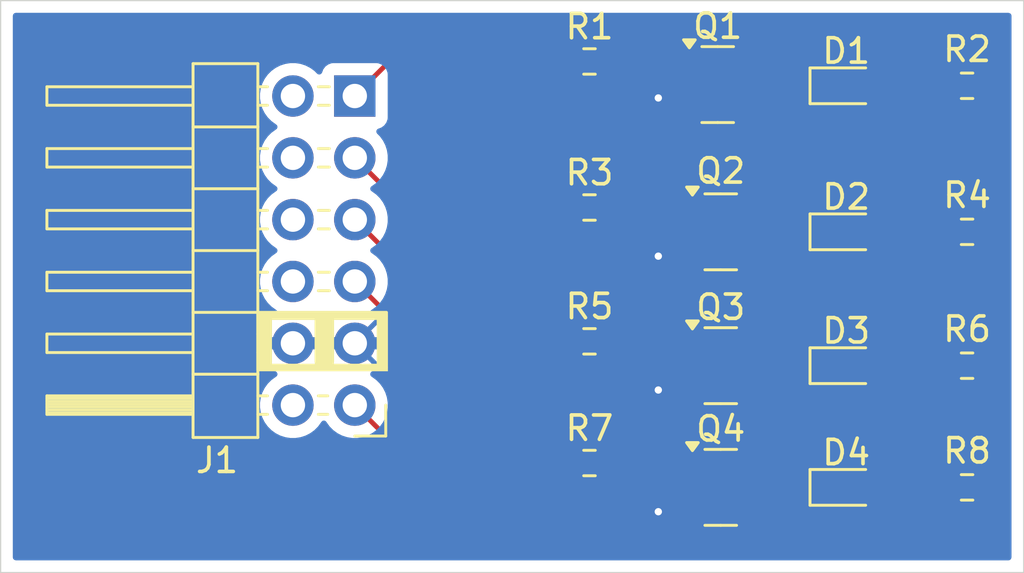
<source format=kicad_pcb>
(kicad_pcb (version 20241229) (generator "pcbnew") (generator_version "9.0")
  (layers (0 "F.Cu" signal) (2 "B.Cu" signal) (13 "F.Paste" user) (15 "B.Paste" user) (5 "F.SilkS" user "F.Silkscreen") (7 "B.SilkS" user "B.Silkscreen") (1 "F.Mask" user) (3 "B.Mask" user) (25 "Edge.Cuts" user))
  (net 0 "")
  (net 1 "Net-(D1-K)")
  (net 2 "Net-(D1-A)")
  (net 3 "Net-(D2-K)")
  (net 4 "Net-(D2-A)")
  (net 5 "Net-(D3-K)")
  (net 6 "Net-(D3-A)")
  (net 7 "Net-(D4-K)")
  (net 8 "Net-(D4-A)")
  (net 9 "GND")
  (net 10 "VCC")
  (net 11 "LED0")
  (net 12 "LED3")
  (net 13 "LED2")
  (net 14 "LED1")
  (net 15 "Net-(Q1-B)")
  (net 16 "Net-(Q2-B)")
  (net 17 "Net-(Q3-B)")
  (net 18 "Net-(Q4-B)")
  (footprint "LED_SMD:LED_0603_1608Metric" (layer "F.Cu") (at 145.7125 67.5)
    (property "Reference" "D1" (at 0 -1.43 0) (layer "F.SilkS"))
    (property "Value" "LED" (hide yes))
    (fp_line (start -1.485 -0.735) (end -1.485 0.735) (stroke (width 0.12)) (layer "F.SilkS"))
    (fp_line (start -1.485 0.735) (end 0.8 0.735) (stroke (width 0.12)) (layer "F.SilkS"))
    (fp_line (start 0.8 -0.735) (end -1.485 -0.735) (stroke (width 0.12)) (layer "F.SilkS"))
    (pad "1" smd roundrect (at -0.7875 0) (size 0.875 0.95) (layers "F.Cu" "F.Mask" "F.Paste") (net 1 "Net-(D1-K)"))
    (pad "2" smd roundrect (at 0.7875 0) (size 0.875 0.95) (layers "F.Cu" "F.Mask" "F.Paste") (net 2 "Net-(D1-A)"))
  )
  (footprint "Package_TO_SOT_SMD:SOT-23" (layer "F.Cu") (at 140.5625 84)
    (property "Reference" "Q4" (at 0 -2.4 0) (layer "F.SilkS"))
    (property "Value" "SS8050" (hide yes))
    (fp_line (start 0 -1.56) (end -0.65 -1.56) (stroke (width 0.12)) (layer "F.SilkS"))
    (fp_line (start 0 -1.56) (end 0.65 -1.56) (stroke (width 0.12)) (layer "F.SilkS"))
    (fp_line (start 0 1.56) (end -0.65 1.56) (stroke (width 0.12)) (layer "F.SilkS"))
    (fp_line (start 0 1.56) (end 0.65 1.56) (stroke (width 0.12)) (layer "F.SilkS"))
    (fp_poly (pts (xy -1.1625 -1.51) (xy -1.4025 -1.84) (xy -0.9225 -1.84)) (stroke (width 0.12)) (fill yes) (layer "F.SilkS"))
    (pad "1" smd roundrect (at -0.9375 -0.95) (size 1.475 0.6) (layers "F.Cu" "F.Mask" "F.Paste") (net 18 "Net-(Q4-B)"))
    (pad "2" smd roundrect (at -0.9375 0.95) (size 1.475 0.6) (layers "F.Cu" "F.Mask" "F.Paste") (net 9 "GND"))
    (pad "3" smd roundrect (at 0.9375 0) (size 1.475 0.6) (layers "F.Cu" "F.Mask" "F.Paste") (net 7 "Net-(D4-K)"))
  )
  (footprint "Package_TO_SOT_SMD:SOT-23" (layer "F.Cu") (at 140.4375 67.45)
    (property "Reference" "Q1" (at 0 -2.4 0) (layer "F.SilkS"))
    (property "Value" "SS8050" (hide yes))
    (fp_line (start 0 -1.56) (end -0.65 -1.56) (stroke (width 0.12)) (layer "F.SilkS"))
    (fp_line (start 0 -1.56) (end 0.65 -1.56) (stroke (width 0.12)) (layer "F.SilkS"))
    (fp_line (start 0 1.56) (end -0.65 1.56) (stroke (width 0.12)) (layer "F.SilkS"))
    (fp_line (start 0 1.56) (end 0.65 1.56) (stroke (width 0.12)) (layer "F.SilkS"))
    (fp_poly (pts (xy -1.1625 -1.51) (xy -1.4025 -1.84) (xy -0.9225 -1.84)) (stroke (width 0.12)) (fill yes) (layer "F.SilkS"))
    (pad "1" smd roundrect (at -0.9375 -0.95) (size 1.475 0.6) (layers "F.Cu" "F.Mask" "F.Paste") (net 15 "Net-(Q1-B)"))
    (pad "2" smd roundrect (at -0.9375 0.95) (size 1.475 0.6) (layers "F.Cu" "F.Mask" "F.Paste") (net 9 "GND"))
    (pad "3" smd roundrect (at 0.9375 0) (size 1.475 0.6) (layers "F.Cu" "F.Mask" "F.Paste") (net 1 "Net-(D1-K)"))
  )
  (footprint "Resistor_SMD:R_0603_1608Metric" (layer "F.Cu") (at 150.675 73.5 180)
    (property "Reference" "R4" (at 0 1.5 0) (layer "F.SilkS"))
    (property "Value" "220" (hide yes))
    (fp_line (start -0.237258 0.5225) (end 0.237258 0.5225) (stroke (width 0.12)) (layer "F.SilkS"))
    (fp_line (start -0.237258 -0.5225) (end 0.237258 -0.5225) (stroke (width 0.12)) (layer "F.SilkS"))
    (pad "1" smd roundrect (at -0.825 0 180) (size 0.8 0.95) (layers "F.Cu" "F.Mask" "F.Paste") (net 10 "VCC"))
    (pad "2" smd roundrect (at 0.825 0 180) (size 0.8 0.95) (layers "F.Cu" "F.Mask" "F.Paste") (net 4 "Net-(D2-A)"))
  )
  (footprint "Resistor_SMD:R_0603_1608Metric" (layer "F.Cu") (at 135.175 72.5)
    (property "Reference" "R3" (at 0 -1.43 0) (layer "F.SilkS"))
    (property "Value" "1k" (hide yes))
    (fp_line (start -0.237258 -0.5225) (end 0.237258 -0.5225) (stroke (width 0.12)) (layer "F.SilkS"))
    (fp_line (start -0.237258 0.5225) (end 0.237258 0.5225) (stroke (width 0.12)) (layer "F.SilkS"))
    (pad "1" smd roundrect (at -0.825 0) (size 0.8 0.95) (layers "F.Cu" "F.Mask" "F.Paste") (net 14 "LED1"))
    (pad "2" smd roundrect (at 0.825 0) (size 0.8 0.95) (layers "F.Cu" "F.Mask" "F.Paste") (net 16 "Net-(Q2-B)"))
  )
  (footprint "Resistor_SMD:R_0603_1608Metric" (layer "F.Cu") (at 135.175 78)
    (property "Reference" "R5" (at 0 -1.43 0) (layer "F.SilkS"))
    (property "Value" "1k" (hide yes))
    (fp_line (start -0.237258 -0.5225) (end 0.237258 -0.5225) (stroke (width 0.12)) (layer "F.SilkS"))
    (fp_line (start -0.237258 0.5225) (end 0.237258 0.5225) (stroke (width 0.12)) (layer "F.SilkS"))
    (pad "1" smd roundrect (at -0.825 0) (size 0.8 0.95) (layers "F.Cu" "F.Mask" "F.Paste") (net 13 "LED2"))
    (pad "2" smd roundrect (at 0.825 0) (size 0.8 0.95) (layers "F.Cu" "F.Mask" "F.Paste") (net 17 "Net-(Q3-B)"))
  )
  (footprint "Package_TO_SOT_SMD:SOT-23" (layer "F.Cu") (at 140.5625 73.5)
    (property "Reference" "Q2" (at 0 -2.5 0) (layer "F.SilkS"))
    (property "Value" "SS8050" (hide yes))
    (fp_line (start 0 -1.56) (end -0.65 -1.56) (stroke (width 0.12)) (layer "F.SilkS"))
    (fp_line (start 0 -1.56) (end 0.65 -1.56) (stroke (width 0.12)) (layer "F.SilkS"))
    (fp_line (start 0 1.56) (end -0.65 1.56) (stroke (width 0.12)) (layer "F.SilkS"))
    (fp_line (start 0 1.56) (end 0.65 1.56) (stroke (width 0.12)) (layer "F.SilkS"))
    (fp_poly (pts (xy -1.1625 -1.51) (xy -1.4025 -1.84) (xy -0.9225 -1.84)) (stroke (width 0.12)) (fill yes) (layer "F.SilkS"))
    (pad "1" smd roundrect (at -0.9375 -0.95) (size 1.475 0.6) (layers "F.Cu" "F.Mask" "F.Paste") (net 16 "Net-(Q2-B)"))
    (pad "2" smd roundrect (at -0.9375 0.95) (size 1.475 0.6) (layers "F.Cu" "F.Mask" "F.Paste") (net 9 "GND"))
    (pad "3" smd roundrect (at 0.9375 0) (size 1.475 0.6) (layers "F.Cu" "F.Mask" "F.Paste") (net 3 "Net-(D2-K)"))
  )
  (footprint "Resistor_SMD:R_0603_1608Metric" (layer "F.Cu") (at 150.675 79 180)
    (property "Reference" "R6" (at 0 1.5 0) (layer "F.SilkS"))
    (property "Value" "220" (hide yes))
    (fp_line (start -0.237258 0.5225) (end 0.237258 0.5225) (stroke (width 0.12)) (layer "F.SilkS"))
    (fp_line (start -0.237258 -0.5225) (end 0.237258 -0.5225) (stroke (width 0.12)) (layer "F.SilkS"))
    (pad "1" smd roundrect (at -0.825 0 180) (size 0.8 0.95) (layers "F.Cu" "F.Mask" "F.Paste") (net 10 "VCC"))
    (pad "2" smd roundrect (at 0.825 0 180) (size 0.8 0.95) (layers "F.Cu" "F.Mask" "F.Paste") (net 6 "Net-(D3-A)"))
  )
  (footprint "Package_TO_SOT_SMD:SOT-23" (layer "F.Cu") (at 140.5625 79)
    (property "Reference" "Q3" (at 0 -2.4 0) (layer "F.SilkS"))
    (property "Value" "SS8050" (hide yes))
    (fp_line (start 0 -1.56) (end -0.65 -1.56) (stroke (width 0.12)) (layer "F.SilkS"))
    (fp_line (start 0 -1.56) (end 0.65 -1.56) (stroke (width 0.12)) (layer "F.SilkS"))
    (fp_line (start 0 1.56) (end -0.65 1.56) (stroke (width 0.12)) (layer "F.SilkS"))
    (fp_line (start 0 1.56) (end 0.65 1.56) (stroke (width 0.12)) (layer "F.SilkS"))
    (fp_poly (pts (xy -1.1625 -1.51) (xy -1.4025 -1.84) (xy -0.9225 -1.84)) (stroke (width 0.12)) (fill yes) (layer "F.SilkS"))
    (pad "1" smd roundrect (at -0.9375 -0.95) (size 1.475 0.6) (layers "F.Cu" "F.Mask" "F.Paste") (net 17 "Net-(Q3-B)"))
    (pad "2" smd roundrect (at -0.9375 0.95) (size 1.475 0.6) (layers "F.Cu" "F.Mask" "F.Paste") (net 9 "GND"))
    (pad "3" smd roundrect (at 0.9375 0) (size 1.475 0.6) (layers "F.Cu" "F.Mask" "F.Paste") (net 5 "Net-(D3-K)"))
  )
  (footprint "LED_SMD:LED_0603_1608Metric" (layer "F.Cu") (at 145.7125 84)
    (property "Reference" "D4" (at 0 -1.43 0) (layer "F.SilkS"))
    (property "Value" "LED" (hide yes))
    (fp_line (start -1.485 -0.735) (end -1.485 0.735) (stroke (width 0.12)) (layer "F.SilkS"))
    (fp_line (start -1.485 0.735) (end 0.8 0.735) (stroke (width 0.12)) (layer "F.SilkS"))
    (fp_line (start 0.8 -0.735) (end -1.485 -0.735) (stroke (width 0.12)) (layer "F.SilkS"))
    (pad "1" smd roundrect (at -0.7875 0) (size 0.875 0.95) (layers "F.Cu" "F.Mask" "F.Paste") (net 7 "Net-(D4-K)"))
    (pad "2" smd roundrect (at 0.7875 0) (size 0.875 0.95) (layers "F.Cu" "F.Mask" "F.Paste") (net 8 "Net-(D4-A)"))
  )
  (footprint "Resistor_SMD:R_0603_1608Metric" (layer "F.Cu") (at 150.675 84 180)
    (property "Reference" "R8" (at 0 1.5 0) (layer "F.SilkS"))
    (property "Value" "220" (hide yes))
    (fp_line (start -0.237258 0.5225) (end 0.237258 0.5225) (stroke (width 0.12)) (layer "F.SilkS"))
    (fp_line (start -0.237258 -0.5225) (end 0.237258 -0.5225) (stroke (width 0.12)) (layer "F.SilkS"))
    (pad "1" smd roundrect (at -0.825 0 180) (size 0.8 0.95) (layers "F.Cu" "F.Mask" "F.Paste") (net 10 "VCC"))
    (pad "2" smd roundrect (at 0.825 0 180) (size 0.8 0.95) (layers "F.Cu" "F.Mask" "F.Paste") (net 8 "Net-(D4-A)"))
  )
  (footprint "Resistor_SMD:R_0603_1608Metric" (layer "F.Cu") (at 150.675 67.5 180)
    (property "Reference" "R2" (at 0 1.5 0) (layer "F.SilkS"))
    (property "Value" "220" (hide yes))
    (fp_line (start -0.237258 0.5225) (end 0.237258 0.5225) (stroke (width 0.12)) (layer "F.SilkS"))
    (fp_line (start -0.237258 -0.5225) (end 0.237258 -0.5225) (stroke (width 0.12)) (layer "F.SilkS"))
    (pad "1" smd roundrect (at -0.825 0 180) (size 0.8 0.95) (layers "F.Cu" "F.Mask" "F.Paste") (net 10 "VCC"))
    (pad "2" smd roundrect (at 0.825 0 180) (size 0.8 0.95) (layers "F.Cu" "F.Mask" "F.Paste") (net 2 "Net-(D1-A)"))
  )
  (footprint "pmod:PinHeader_2x06_P2.54mm_PMODPeriph2B" (layer "F.Cu") (at 125.54 80.62 180)
    (property "Reference" "J1" (at 5.655 -2.27 0) (layer "F.SilkS"))
    (property "Value" "10129382-912001BLF" (hide yes))
    (fp_line (start 12.64 13.08) (end 6.64 13.08) (stroke (width 0.12)) (layer "F.SilkS"))
    (fp_line (start 12.64 12.32) (end 12.64 13.08) (stroke (width 0.12)) (layer "F.SilkS"))
    (fp_line (start 12.64 10.54) (end 6.64 10.54) (stroke (width 0.12)) (layer "F.SilkS"))
    (fp_line (start 12.64 9.78) (end 12.64 10.54) (stroke (width 0.12)) (layer "F.SilkS"))
    (fp_line (start 12.64 8) (end 6.64 8) (stroke (width 0.12)) (layer "F.SilkS"))
    (fp_line (start 12.64 7.24) (end 12.64 8) (stroke (width 0.12)) (layer "F.SilkS"))
    (fp_line (start 12.64 5.46) (end 6.64 5.46) (stroke (width 0.12)) (layer "F.SilkS"))
    (fp_line (start 12.64 4.7) (end 12.64 5.46) (stroke (width 0.12)) (layer "F.SilkS"))
    (fp_line (start 12.64 2.92) (end 6.64 2.92) (stroke (width 0.12)) (layer "F.SilkS"))
    (fp_line (start 12.64 2.16) (end 12.64 2.92) (stroke (width 0.12)) (layer "F.SilkS"))
    (fp_line (start 12.64 0.38) (end 6.64 0.38) (stroke (width 0.12)) (layer "F.SilkS"))
    (fp_line (start 12.64 -0.38) (end 12.64 0.38) (stroke (width 0.12)) (layer "F.SilkS"))
    (fp_line (start 6.64 14.03) (end 6.64 -1.33) (stroke (width 0.12)) (layer "F.SilkS"))
    (fp_line (start 6.64 12.32) (end 12.64 12.32) (stroke (width 0.12)) (layer "F.SilkS"))
    (fp_line (start 6.64 9.78) (end 12.64 9.78) (stroke (width 0.12)) (layer "F.SilkS"))
    (fp_line (start 6.64 7.24) (end 12.64 7.24) (stroke (width 0.12)) (layer "F.SilkS"))
    (fp_line (start 6.64 4.7) (end 12.64 4.7) (stroke (width 0.12)) (layer "F.SilkS"))
    (fp_line (start 6.64 2.16) (end 12.64 2.16) (stroke (width 0.12)) (layer "F.SilkS"))
    (fp_line (start 6.64 0.28) (end 12.64 0.28) (stroke (width 0.12)) (layer "F.SilkS"))
    (fp_line (start 6.64 0.16) (end 12.64 0.16) (stroke (width 0.12)) (layer "F.SilkS"))
    (fp_line (start 6.64 0.04) (end 12.64 0.04) (stroke (width 0.12)) (layer "F.SilkS"))
    (fp_line (start 6.64 -0.08) (end 12.64 -0.08) (stroke (width 0.12)) (layer "F.SilkS"))
    (fp_line (start 6.64 -0.2) (end 12.64 -0.2) (stroke (width 0.12)) (layer "F.SilkS"))
    (fp_line (start 6.64 -0.32) (end 12.64 -0.32) (stroke (width 0.12)) (layer "F.SilkS"))
    (fp_line (start 6.64 -0.38) (end 12.64 -0.38) (stroke (width 0.12)) (layer "F.SilkS"))
    (fp_line (start 6.64 -1.33) (end 3.98 -1.33) (stroke (width 0.12)) (layer "F.SilkS"))
    (fp_line (start 3.98 14.03) (end 6.64 14.03) (stroke (width 0.12)) (layer "F.SilkS"))
    (fp_line (start 3.98 11.43) (end 6.64 11.43) (stroke (width 0.12)) (layer "F.SilkS"))
    (fp_line (start 3.98 8.89) (end 6.64 8.89) (stroke (width 0.12)) (layer "F.SilkS"))
    (fp_line (start 3.98 6.35) (end 6.64 6.35) (stroke (width 0.12)) (layer "F.SilkS"))
    (fp_line (start 3.98 3.81) (end 6.64 3.81) (stroke (width 0.12)) (layer "F.SilkS"))
    (fp_line (start 3.98 1.27) (end 6.64 1.27) (stroke (width 0.12)) (layer "F.SilkS"))
    (fp_line (start 3.98 -1.33) (end 3.98 14.03) (stroke (width 0.12)) (layer "F.SilkS"))
    (fp_line (start 3.75 1.6) (end 3.75 3.6) (stroke (width 0.4)) (layer "F.SilkS"))
    (fp_line (start 3.6 1.6) (end 3.6 3.6) (stroke (width 0.4)) (layer "F.SilkS"))
    (fp_line (start 3.582929 13.08) (end 3.98 13.08) (stroke (width 0.12)) (layer "F.SilkS"))
    (fp_line (start 3.582929 12.32) (end 3.98 12.32) (stroke (width 0.12)) (layer "F.SilkS"))
    (fp_line (start 3.582929 10.54) (end 3.98 10.54) (stroke (width 0.12)) (layer "F.SilkS"))
    (fp_line (start 3.582929 9.78) (end 3.98 9.78) (stroke (width 0.12)) (layer "F.SilkS"))
    (fp_line (start 3.582929 8) (end 3.98 8) (stroke (width 0.12)) (layer "F.SilkS"))
    (fp_line (start 3.582929 7.24) (end 3.98 7.24) (stroke (width 0.12)) (layer "F.SilkS"))
    (fp_line (start 3.582929 5.46) (end 3.98 5.46) (stroke (width 0.12)) (layer "F.SilkS"))
    (fp_line (start 3.582929 4.7) (end 3.98 4.7) (stroke (width 0.12)) (layer "F.SilkS"))
    (fp_line (start 3.582929 2.92) (end 3.98 2.92) (stroke (width 0.12)) (layer "F.SilkS"))
    (fp_line (start 3.582929 2.16) (end 3.98 2.16) (stroke (width 0.12)) (layer "F.SilkS"))
    (fp_line (start 3.582929 0.38) (end 3.98 0.38) (stroke (width 0.12)) (layer "F.SilkS"))
    (fp_line (start 3.582929 -0.38) (end 3.98 -0.38) (stroke (width 0.12)) (layer "F.SilkS"))
    (fp_line (start 1.25 1.8) (end 1.25 3.45) (stroke (width 0.8)) (layer "F.SilkS"))
    (fp_line (start 1.11 0.38) (end 1.497071 0.38) (stroke (width 0.12)) (layer "F.SilkS"))
    (fp_line (start 1.11 -0.38) (end 1.497071 -0.38) (stroke (width 0.12)) (layer "F.SilkS"))
    (fp_line (start 1.042929 13.08) (end 1.497071 13.08) (stroke (width 0.12)) (layer "F.SilkS"))
    (fp_line (start 1.042929 12.32) (end 1.497071 12.32) (stroke (width 0.12)) (layer "F.SilkS"))
    (fp_line (start 1.042929 10.54) (end 1.497071 10.54) (stroke (width 0.12)) (layer "F.SilkS"))
    (fp_line (start 1.042929 9.78) (end 1.497071 9.78) (stroke (width 0.12)) (layer "F.SilkS"))
    (fp_line (start 1.042929 8) (end 1.497071 8) (stroke (width 0.12)) (layer "F.SilkS"))
    (fp_line (start 1.042929 7.24) (end 1.497071 7.24) (stroke (width 0.12)) (layer "F.SilkS"))
    (fp_line (start 1.042929 5.46) (end 1.497071 5.46) (stroke (width 0.12)) (layer "F.SilkS"))
    (fp_line (start 1.042929 4.7) (end 1.497071 4.7) (stroke (width 0.12)) (layer "F.SilkS"))
    (fp_line (start 1.042929 2.92) (end 1.497071 2.92) (stroke (width 0.12)) (layer "F.SilkS"))
    (fp_line (start 1.042929 2.16) (end 1.497071 2.16) (stroke (width 0.12)) (layer "F.SilkS"))
    (fp_line (start -1.1 1.6) (end -1.1 3.6) (stroke (width 0.4)) (layer "F.SilkS"))
    (fp_line (start -1.2 3.65) (end 3.85 3.65) (stroke (width 0.3)) (layer "F.SilkS"))
    (fp_line (start -1.2 1.55) (end 3.85 1.55) (stroke (width 0.3)) (layer "F.SilkS"))
    (fp_line (start -1.27 0) (end -1.27 -1.27) (stroke (width 0.12)) (layer "F.SilkS"))
    (fp_line (start -1.27 -1.27) (end 0 -1.27) (stroke (width 0.12)) (layer "F.SilkS"))
    (fp_rect (start -1.3 1.45) (end 3.98 3.81) (stroke (width 0.12)) (fill no) (layer "F.SilkS"))
    (pad "1" thru_hole rect (at 0 12.7 180) (size 1.7 1.7) (drill 1) (layers "*.Cu" "*.Mask") (net 11 "LED0"))
    (pad "2" thru_hole oval (at 0 10.16 180) (size 1.7 1.7) (drill 1) (layers "*.Cu" "*.Mask") (net 14 "LED1"))
    (pad "3" thru_hole oval (at 0 7.62 180) (size 1.7 1.7) (drill 1) (layers "*.Cu" "*.Mask") (net 13 "LED2"))
    (pad "4" thru_hole oval (at 0 5.08 180) (size 1.7 1.7) (drill 1) (layers "*.Cu" "*.Mask") (net 12 "LED3"))
    (pad "5" thru_hole oval (at 0 2.54 180) (size 1.7 1.7) (drill 1) (layers "*.Cu" "*.Mask") (net 9 "GND"))
    (pad "6" thru_hole circle (at 0 0 180) (size 1.7 1.7) (drill 1) (layers "*.Cu" "*.Mask") (net 10 "VCC"))
    (pad "7" thru_hole oval (at 2.54 12.7 180) (size 1.7 1.7) (drill 1) (layers "*.Cu" "*.Mask"))
    (pad "8" thru_hole oval (at 2.54 10.16 180) (size 1.7 1.7) (drill 1) (layers "*.Cu" "*.Mask"))
    (pad "9" thru_hole oval (at 2.54 7.62 180) (size 1.7 1.7) (drill 1) (layers "*.Cu" "*.Mask"))
    (pad "10" thru_hole oval (at 2.54 5.08 180) (size 1.7 1.7) (drill 1) (layers "*.Cu" "*.Mask"))
    (pad "11" thru_hole oval (at 2.54 2.54 180) (size 1.7 1.7) (drill 1) (layers "*.Cu" "*.Mask") (net 9 "GND"))
    (pad "12" thru_hole oval (at 2.54 0 180) (size 1.7 1.7) (drill 1) (layers "*.Cu" "*.Mask") (net 10 "VCC"))
  )
  (footprint "Resistor_SMD:R_0603_1608Metric" (layer "F.Cu") (at 135.175 83)
    (property "Reference" "R7" (at 0 -1.43 0) (layer "F.SilkS"))
    (property "Value" "1k" (hide yes))
    (fp_line (start -0.237258 -0.5225) (end 0.237258 -0.5225) (stroke (width 0.12)) (layer "F.SilkS"))
    (fp_line (start -0.237258 0.5225) (end 0.237258 0.5225) (stroke (width 0.12)) (layer "F.SilkS"))
    (pad "1" smd roundrect (at -0.825 0) (size 0.8 0.95) (layers "F.Cu" "F.Mask" "F.Paste") (net 12 "LED3"))
    (pad "2" smd roundrect (at 0.825 0) (size 0.8 0.95) (layers "F.Cu" "F.Mask" "F.Paste") (net 18 "Net-(Q4-B)"))
  )
  (footprint "LED_SMD:LED_0603_1608Metric" (layer "F.Cu") (at 145.7125 73.5)
    (property "Reference" "D2" (at 0 -1.43 0) (layer "F.SilkS"))
    (property "Value" "LED" (hide yes))
    (fp_line (start -1.485 -0.735) (end -1.485 0.735) (stroke (width 0.12)) (layer "F.SilkS"))
    (fp_line (start -1.485 0.735) (end 0.8 0.735) (stroke (width 0.12)) (layer "F.SilkS"))
    (fp_line (start 0.8 -0.735) (end -1.485 -0.735) (stroke (width 0.12)) (layer "F.SilkS"))
    (pad "1" smd roundrect (at -0.7875 0) (size 0.875 0.95) (layers "F.Cu" "F.Mask" "F.Paste") (net 3 "Net-(D2-K)"))
    (pad "2" smd roundrect (at 0.7875 0) (size 0.875 0.95) (layers "F.Cu" "F.Mask" "F.Paste") (net 4 "Net-(D2-A)"))
  )
  (footprint "LED_SMD:LED_0603_1608Metric" (layer "F.Cu") (at 145.7125 79)
    (property "Reference" "D3" (at 0 -1.43 0) (layer "F.SilkS"))
    (property "Value" "LED" (hide yes))
    (fp_line (start -1.485 -0.735) (end -1.485 0.735) (stroke (width 0.12)) (layer "F.SilkS"))
    (fp_line (start -1.485 0.735) (end 0.8 0.735) (stroke (width 0.12)) (layer "F.SilkS"))
    (fp_line (start 0.8 -0.735) (end -1.485 -0.735) (stroke (width 0.12)) (layer "F.SilkS"))
    (pad "1" smd roundrect (at -0.7875 0) (size 0.875 0.95) (layers "F.Cu" "F.Mask" "F.Paste") (net 5 "Net-(D3-K)"))
    (pad "2" smd roundrect (at 0.7875 0) (size 0.875 0.95) (layers "F.Cu" "F.Mask" "F.Paste") (net 6 "Net-(D3-A)"))
  )
  (footprint "Resistor_SMD:R_0603_1608Metric" (layer "F.Cu") (at 135.175 66.5)
    (property "Reference" "R1" (at 0 -1.43 0) (layer "F.SilkS"))
    (property "Value" "1k" (hide yes))
    (fp_line (start -0.237258 -0.5225) (end 0.237258 -0.5225) (stroke (width 0.12)) (layer "F.SilkS"))
    (fp_line (start -0.237258 0.5225) (end 0.237258 0.5225) (stroke (width 0.12)) (layer "F.SilkS"))
    (pad "1" smd roundrect (at -0.825 0) (size 0.8 0.95) (layers "F.Cu" "F.Mask" "F.Paste") (net 11 "LED0"))
    (pad "2" smd roundrect (at 0.825 0) (size 0.8 0.95) (layers "F.Cu" "F.Mask" "F.Paste") (net 15 "Net-(Q1-B)"))
  )
  (gr_rect (start 111 64) (end 153 87.5) (stroke (width 0.05)) (fill no) (layer "Edge.Cuts"))
  (segment (start 144.875 67.45) (end 144.925 67.5) (width 0.2) (layer "F.Cu") (net 1))
  (segment (start 141.375 67.45) (end 144.875 67.45) (width 0.2) (layer "F.Cu") (net 1))
  (segment (start 146.5 67.5) (end 149.85 67.5) (width 0.2) (layer "F.Cu") (net 2))
  (segment (start 141.5 73.5) (end 144.925 73.5) (width 0.2) (layer "F.Cu") (net 3))
  (segment (start 146.5 73.5) (end 149.85 73.5) (width 0.2) (layer "F.Cu") (net 4))
  (segment (start 141.5 79) (end 144.925 79) (width 0.2) (layer "F.Cu") (net 5))
  (segment (start 146.5 79) (end 149.85 79) (width 0.2) (layer "F.Cu") (net 6))
  (segment (start 141.5 84) (end 144.925 84) (width 0.2) (layer "F.Cu") (net 7))
  (segment (start 138.4 68.4) (end 138 68) (width 0.2) (layer "F.Cu") (net 9))
  (segment (start 139.625 79.95) (end 138.05 79.95) (width 0.2) (layer "F.Cu") (net 9))
  (segment (start 138.05 84.95) (end 138 85) (width 0.2) (layer "F.Cu") (net 9))
  (segment (start 139.625 74.45) (end 138.05 74.45) (width 0.2) (layer "F.Cu") (net 9))
  (segment (start 139.5 68.4) (end 138.4 68.4) (width 0.2) (layer "F.Cu") (net 9))
  (segment (start 139.625 84.95) (end 138.05 84.95) (width 0.2) (layer "F.Cu") (net 9))
  (segment (start 138.05 79.95) (end 138 80) (width 0.2) (layer "F.Cu") (net 9))
  (segment (start 138.05 74.45) (end 138 74.5) (width 0.2) (layer "F.Cu") (net 9))
  (via (at 138 85) (size 0.6) (drill 0.3) (layers "F.Cu" "B.Cu") (net 9))
  (via (at 138 74.5) (size 0.6) (drill 0.3) (layers "F.Cu" "B.Cu") (net 9))
  (via (at 138 68) (size 0.6) (drill 0.3) (layers "F.Cu" "B.Cu") (net 9))
  (via (at 138 80) (size 0.6) (drill 0.3) (layers "F.Cu" "B.Cu") (net 9))
  (segment (start 138 80) (end 127.46 80) (width 0.2) (layer "B.Cu") (net 9))
  (segment (start 129.12 74.5) (end 125.54 78.08) (width 0.2) (layer "B.Cu") (net 9))
  (segment (start 138 68) (end 135.62 68) (width 0.2) (layer "B.Cu") (net 9))
  (segment (start 127.46 80) (end 125.54 78.08) (width 0.2) (layer "B.Cu") (net 9))
  (segment (start 132.46 85) (end 125.54 78.08) (width 0.2) (layer "B.Cu") (net 9))
  (segment (start 135.62 68) (end 125.54 78.08) (width 0.2) (layer "B.Cu") (net 9))
  (segment (start 138 74.5) (end 129.12 74.5) (width 0.2) (layer "B.Cu") (net 9))
  (segment (start 138 85) (end 132.46 85) (width 0.2) (layer "B.Cu") (net 9))
  (segment (start 125.54 80.62) (end 130.96 86.04) (width 0.2) (layer "F.Cu") (net 10))
  (segment (start 151.5 86.5) (end 151.5 67.5) (width 0.2) (layer "F.Cu") (net 10))
  (segment (start 131.42 86.5) (end 151.5 86.5) (width 0.2) (layer "F.Cu") (net 10))
  (segment (start 130.96 86.04) (end 131.42 86.5) (width 0.2) (layer "F.Cu") (net 10))
  (segment (start 126.96 66.5) (end 134.35 66.5) (width 0.2) (layer "F.Cu") (net 11))
  (segment (start 125.54 67.92) (end 126.96 66.5) (width 0.2) (layer "F.Cu") (net 11))
  (segment (start 133 83) (end 134.35 83) (width 0.2) (layer "F.Cu") (net 12))
  (segment (start 125.54 75.54) (end 133 83) (width 0.2) (layer "F.Cu") (net 12))
  (segment (start 125.54 73) (end 130.54 78) (width 0.2) (layer "F.Cu") (net 13))
  (segment (start 130.54 78) (end 134.35 78) (width 0.2) (layer "F.Cu") (net 13))
  (segment (start 125.54 70.46) (end 127.58 72.5) (width 0.2) (layer "F.Cu") (net 14))
  (segment (start 127.58 72.5) (end 134.35 72.5) (width 0.2) (layer "F.Cu") (net 14))
  (segment (start 136 66.5) (end 139.5 66.5) (width 0.2) (layer "F.Cu") (net 15))
  (segment (start 139.575 72.5) (end 139.625 72.55) (width 0.2) (layer "F.Cu") (net 16))
  (segment (start 136 72.5) (end 139.575 72.5) (width 0.2) (layer "F.Cu") (net 16))
  (segment (start 136 78) (end 139.575 78) (width 0.2) (layer "F.Cu") (net 17))
  (segment (start 139.575 78) (end 139.625 78.05) (width 0.2) (layer "F.Cu") (net 17))
  (segment (start 136 83) (end 139.575 83) (width 0.2) (layer "F.Cu") (net 18))
  (segment (start 139.575 83) (end 139.625 83.05) (width 0.2) (layer "F.Cu") (net 18))
  (zone (net 9) (net_name "GND") (layer "B.Cu") (connect_pads (clearance 0.5)) (min_thickness 0.25) (fill yes (thermal_gap 0.5) (thermal_bridge_width 0.5))
    (polygon (pts (xy 111 64) (xy 153 64) (xy 153 87.5) (xy 111 87.5)))
  )
)
</source>
